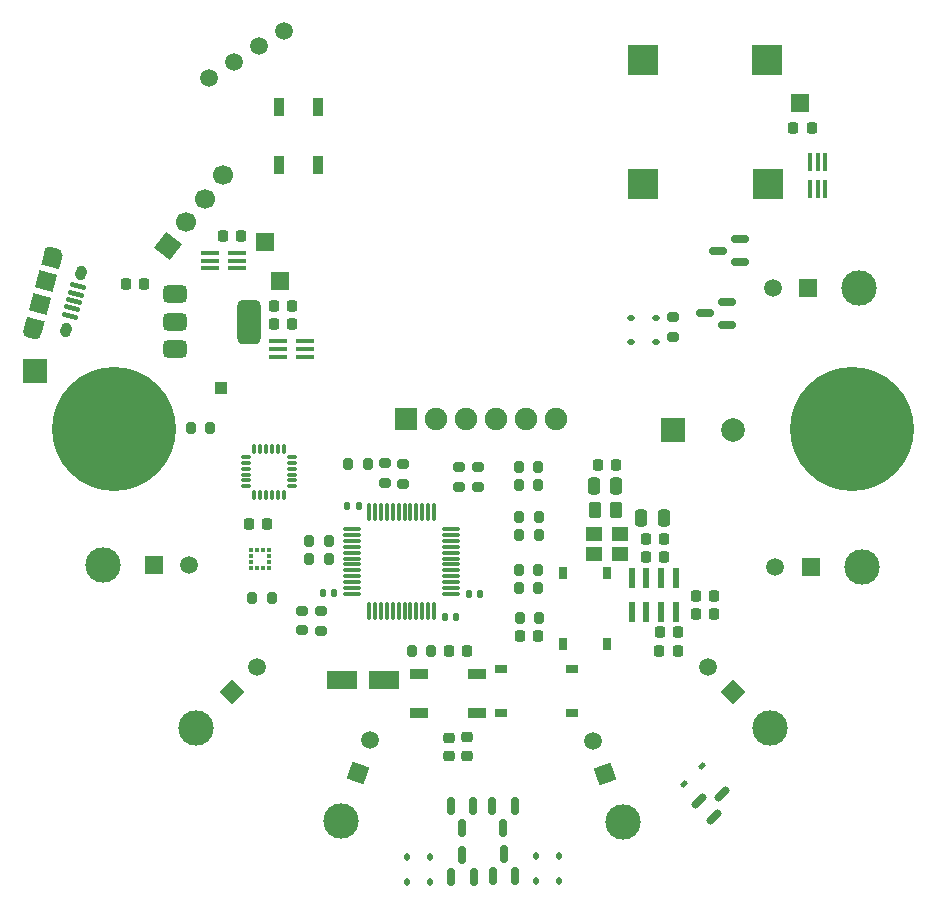
<source format=gts>
G04 #@! TF.GenerationSoftware,KiCad,Pcbnew,7.0.11*
G04 #@! TF.CreationDate,2024-03-27T12:07:48-04:00*
G04 #@! TF.ProjectId,Motherboard,4d6f7468-6572-4626-9f61-72642e6b6963,rev?*
G04 #@! TF.SameCoordinates,Original*
G04 #@! TF.FileFunction,Soldermask,Top*
G04 #@! TF.FilePolarity,Negative*
%FSLAX46Y46*%
G04 Gerber Fmt 4.6, Leading zero omitted, Abs format (unit mm)*
G04 Created by KiCad (PCBNEW 7.0.11) date 2024-03-27 12:07:48*
%MOMM*%
%LPD*%
G01*
G04 APERTURE LIST*
G04 Aperture macros list*
%AMRoundRect*
0 Rectangle with rounded corners*
0 $1 Rounding radius*
0 $2 $3 $4 $5 $6 $7 $8 $9 X,Y pos of 4 corners*
0 Add a 4 corners polygon primitive as box body*
4,1,4,$2,$3,$4,$5,$6,$7,$8,$9,$2,$3,0*
0 Add four circle primitives for the rounded corners*
1,1,$1+$1,$2,$3*
1,1,$1+$1,$4,$5*
1,1,$1+$1,$6,$7*
1,1,$1+$1,$8,$9*
0 Add four rect primitives between the rounded corners*
20,1,$1+$1,$2,$3,$4,$5,0*
20,1,$1+$1,$4,$5,$6,$7,0*
20,1,$1+$1,$6,$7,$8,$9,0*
20,1,$1+$1,$8,$9,$2,$3,0*%
%AMHorizOval*
0 Thick line with rounded ends*
0 $1 width*
0 $2 $3 position (X,Y) of the first rounded end (center of the circle)*
0 $4 $5 position (X,Y) of the second rounded end (center of the circle)*
0 Add line between two ends*
20,1,$1,$2,$3,$4,$5,0*
0 Add two circle primitives to create the rounded ends*
1,1,$1,$2,$3*
1,1,$1,$4,$5*%
%AMRotRect*
0 Rectangle, with rotation*
0 The origin of the aperture is its center*
0 $1 length*
0 $2 width*
0 $3 Rotation angle, in degrees counterclockwise*
0 Add horizontal line*
21,1,$1,$2,0,0,$3*%
G04 Aperture macros list end*
%ADD10RotRect,0.400000X1.350000X255.000000*%
%ADD11HorizOval,0.890000X-0.318756X0.085410X0.318756X-0.085410X0*%
%ADD12RotRect,1.200000X1.550000X255.000000*%
%ADD13HorizOval,0.950000X-0.038823X-0.144889X0.038823X0.144889X0*%
%ADD14RotRect,1.500000X1.550000X255.000000*%
%ADD15RoundRect,0.200000X-0.200000X-0.275000X0.200000X-0.275000X0.200000X0.275000X-0.200000X0.275000X0*%
%ADD16RotRect,1.700000X1.700000X142.000000*%
%ADD17HorizOval,1.700000X0.000000X0.000000X0.000000X0.000000X0*%
%ADD18RoundRect,0.225000X-0.225000X-0.250000X0.225000X-0.250000X0.225000X0.250000X-0.225000X0.250000X0*%
%ADD19RoundRect,0.150000X0.587500X0.150000X-0.587500X0.150000X-0.587500X-0.150000X0.587500X-0.150000X0*%
%ADD20RoundRect,0.225000X-0.250000X0.225000X-0.250000X-0.225000X0.250000X-0.225000X0.250000X0.225000X0*%
%ADD21RoundRect,0.200000X-0.275000X0.200000X-0.275000X-0.200000X0.275000X-0.200000X0.275000X0.200000X0*%
%ADD22RoundRect,0.112500X0.112500X-0.187500X0.112500X0.187500X-0.112500X0.187500X-0.112500X-0.187500X0*%
%ADD23RoundRect,0.200000X0.275000X-0.200000X0.275000X0.200000X-0.275000X0.200000X-0.275000X-0.200000X0*%
%ADD24C,1.498600*%
%ADD25C,2.999999*%
%ADD26RotRect,1.520000X1.520000X340.000000*%
%ADD27C,1.520000*%
%ADD28RoundRect,0.200000X0.200000X0.275000X-0.200000X0.275000X-0.200000X-0.275000X0.200000X-0.275000X0*%
%ADD29RoundRect,0.075000X-0.350000X-0.075000X0.350000X-0.075000X0.350000X0.075000X-0.350000X0.075000X0*%
%ADD30RoundRect,0.075000X0.075000X-0.350000X0.075000X0.350000X-0.075000X0.350000X-0.075000X-0.350000X0*%
%ADD31RoundRect,0.250000X-1.050000X-0.550000X1.050000X-0.550000X1.050000X0.550000X-1.050000X0.550000X0*%
%ADD32R,0.350000X0.375000*%
%ADD33R,0.375000X0.350000*%
%ADD34R,1.520000X1.520000*%
%ADD35RoundRect,0.250000X-0.262500X-0.450000X0.262500X-0.450000X0.262500X0.450000X-0.262500X0.450000X0*%
%ADD36R,0.900000X1.500000*%
%ADD37RoundRect,0.140000X0.140000X0.170000X-0.140000X0.170000X-0.140000X-0.170000X0.140000X-0.170000X0*%
%ADD38R,1.400000X1.200000*%
%ADD39RotRect,1.520000X1.520000X315.000000*%
%ADD40R,1.900000X1.900000*%
%ADD41C,1.900000*%
%ADD42RoundRect,0.075000X0.662500X0.075000X-0.662500X0.075000X-0.662500X-0.075000X0.662500X-0.075000X0*%
%ADD43RoundRect,0.075000X0.075000X0.662500X-0.075000X0.662500X-0.075000X-0.662500X0.075000X-0.662500X0*%
%ADD44RoundRect,0.112500X-0.053033X-0.212132X0.212132X0.053033X0.053033X0.212132X-0.212132X-0.053033X0*%
%ADD45RoundRect,0.112500X0.187500X0.112500X-0.187500X0.112500X-0.187500X-0.112500X0.187500X-0.112500X0*%
%ADD46R,1.000000X0.750000*%
%ADD47RoundRect,0.150000X-0.309359X-0.521491X0.521491X0.309359X0.309359X0.521491X-0.521491X-0.309359X0*%
%ADD48R,2.500000X2.500000*%
%ADD49R,1.500000X1.500000*%
%ADD50RoundRect,0.250000X-0.250000X-0.475000X0.250000X-0.475000X0.250000X0.475000X-0.250000X0.475000X0*%
%ADD51R,2.000000X2.000000*%
%ADD52C,2.000000*%
%ADD53R,1.000000X1.000000*%
%ADD54RoundRect,0.150000X0.150000X-0.587500X0.150000X0.587500X-0.150000X0.587500X-0.150000X-0.587500X0*%
%ADD55R,0.600000X1.700000*%
%ADD56RoundRect,0.375000X-0.625000X-0.375000X0.625000X-0.375000X0.625000X0.375000X-0.625000X0.375000X0*%
%ADD57RoundRect,0.500000X-0.500000X-1.400000X0.500000X-1.400000X0.500000X1.400000X-0.500000X1.400000X0*%
%ADD58R,0.300000X1.500000*%
%ADD59RoundRect,0.140000X-0.140000X-0.170000X0.140000X-0.170000X0.140000X0.170000X-0.140000X0.170000X0*%
%ADD60R,1.500000X0.300000*%
%ADD61RotRect,1.520000X1.520000X45.000000*%
%ADD62RoundRect,0.225000X0.250000X-0.225000X0.250000X0.225000X-0.250000X0.225000X-0.250000X-0.225000X0*%
%ADD63RoundRect,0.150000X-0.150000X0.587500X-0.150000X-0.587500X0.150000X-0.587500X0.150000X0.587500X0*%
%ADD64C,10.500000*%
%ADD65R,1.500000X0.900000*%
%ADD66RoundRect,0.218750X0.218750X0.256250X-0.218750X0.256250X-0.218750X-0.256250X0.218750X-0.256250X0*%
%ADD67R,0.750000X1.000000*%
%ADD68RotRect,1.520000X1.520000X20.000000*%
G04 APERTURE END LIST*
D10*
X157758512Y-110854482D03*
X157590280Y-111482334D03*
X157422047Y-112110186D03*
X157253815Y-112738037D03*
X157085582Y-113365889D03*
D11*
X155719914Y-108030634D03*
D12*
X155564623Y-108610189D03*
D13*
X158069095Y-109695371D03*
D14*
X155072866Y-110445448D03*
X154555228Y-112377300D03*
D13*
X156775000Y-114525000D03*
D12*
X154063472Y-114212559D03*
D11*
X153908181Y-114792115D03*
D15*
X195200000Y-138950000D03*
X196850000Y-138950000D03*
D16*
X165397440Y-107453095D03*
D17*
X166961220Y-105451548D03*
X168525000Y-103450000D03*
X170088780Y-101448453D03*
D18*
X210112500Y-137087500D03*
X211662500Y-137087500D03*
D19*
X213850000Y-108800000D03*
X213850000Y-106900000D03*
X211975000Y-107850000D03*
D20*
X190775000Y-149050000D03*
X190775000Y-150600000D03*
D21*
X178375000Y-138375000D03*
X178375000Y-140025000D03*
D22*
X187625000Y-161275000D03*
X187625000Y-159175000D03*
D23*
X176800000Y-140000000D03*
X176800000Y-138350000D03*
D24*
X175235361Y-89225606D03*
X173115241Y-90550404D03*
X170995121Y-91875202D03*
X168875000Y-93200000D03*
D25*
X180030128Y-156153332D03*
D26*
X181507655Y-152093861D03*
D27*
X182533715Y-149274784D03*
D22*
X198550000Y-161225000D03*
X198550000Y-159125000D03*
D28*
X196750000Y-136425000D03*
X195100000Y-136425000D03*
D21*
X208200000Y-113475000D03*
X208200000Y-115125000D03*
D29*
X172000000Y-125300000D03*
X172000000Y-125800000D03*
X172000000Y-126300000D03*
X172000000Y-126800000D03*
X172000000Y-127300000D03*
X172000000Y-127800000D03*
D30*
X172700000Y-128500000D03*
X173200000Y-128500000D03*
X173700000Y-128500000D03*
X174200000Y-128500000D03*
X174700000Y-128500000D03*
X175200000Y-128500000D03*
D29*
X175900000Y-127800000D03*
X175900000Y-127300000D03*
X175900000Y-126800000D03*
X175900000Y-126300000D03*
X175900000Y-125800000D03*
X175900000Y-125300000D03*
D30*
X175200000Y-124600000D03*
X174700000Y-124600000D03*
X174200000Y-124600000D03*
X173700000Y-124600000D03*
X173200000Y-124600000D03*
X172700000Y-124600000D03*
D31*
X180125000Y-144225000D03*
X183725000Y-144225000D03*
D32*
X173947500Y-133210000D03*
X173447500Y-133210000D03*
X172947500Y-133210000D03*
X172447500Y-133210000D03*
D33*
X172435000Y-133722500D03*
X172435000Y-134222500D03*
D32*
X172447500Y-134735000D03*
X172947500Y-134735000D03*
X173447500Y-134735000D03*
X173947500Y-134735000D03*
D33*
X173960000Y-134222500D03*
X173960000Y-133722500D03*
D28*
X179050000Y-132400000D03*
X177400000Y-132400000D03*
D25*
X224150000Y-134625000D03*
D34*
X219830001Y-134625000D03*
D27*
X216830002Y-134625000D03*
D35*
X201550000Y-129800000D03*
X203375000Y-129800000D03*
D18*
X210112500Y-138612500D03*
X211662500Y-138612500D03*
D36*
X178125000Y-95675000D03*
X174825000Y-95675000D03*
X174825000Y-100575000D03*
X178125000Y-100575000D03*
D37*
X179505000Y-136850000D03*
X178545000Y-136850000D03*
D38*
X201475000Y-133500000D03*
X203675000Y-133500000D03*
X203675000Y-131800000D03*
X201475000Y-131800000D03*
D25*
X167750197Y-148274802D03*
D39*
X170804898Y-145220101D03*
D27*
X172926218Y-143098781D03*
D40*
X185600000Y-122059000D03*
D41*
X188140000Y-122059000D03*
X190680000Y-122059000D03*
X193220000Y-122059000D03*
X195760000Y-122059000D03*
X198300000Y-122059000D03*
D42*
X189362500Y-136912500D03*
X189362500Y-136412500D03*
X189362500Y-135912500D03*
X189362500Y-135412500D03*
X189362500Y-134912500D03*
X189362500Y-134412500D03*
X189362500Y-133912500D03*
X189362500Y-133412500D03*
X189362500Y-132912500D03*
X189362500Y-132412500D03*
X189362500Y-131912500D03*
X189362500Y-131412500D03*
D43*
X187950000Y-130000000D03*
X187450000Y-130000000D03*
X186950000Y-130000000D03*
X186450000Y-130000000D03*
X185950000Y-130000000D03*
X185450000Y-130000000D03*
X184950000Y-130000000D03*
X184450000Y-130000000D03*
X183950000Y-130000000D03*
X183450000Y-130000000D03*
X182950000Y-130000000D03*
X182450000Y-130000000D03*
D42*
X181037500Y-131412500D03*
X181037500Y-131912500D03*
X181037500Y-132412500D03*
X181037500Y-132912500D03*
X181037500Y-133412500D03*
X181037500Y-133912500D03*
X181037500Y-134412500D03*
X181037500Y-134912500D03*
X181037500Y-135412500D03*
X181037500Y-135912500D03*
X181037500Y-136412500D03*
X181037500Y-136912500D03*
D43*
X182450000Y-138325000D03*
X182950000Y-138325000D03*
X183450000Y-138325000D03*
X183950000Y-138325000D03*
X184450000Y-138325000D03*
X184950000Y-138325000D03*
X185450000Y-138325000D03*
X185950000Y-138325000D03*
X186450000Y-138325000D03*
X186950000Y-138325000D03*
X187450000Y-138325000D03*
X187950000Y-138325000D03*
D44*
X209150000Y-152975000D03*
X210634924Y-151490076D03*
D19*
X212725000Y-114100000D03*
X212725000Y-112200000D03*
X210850000Y-113150000D03*
D45*
X206750000Y-115550000D03*
X204650000Y-115550000D03*
D28*
X196775000Y-127725000D03*
X195125000Y-127725000D03*
D18*
X218375000Y-97425000D03*
X219925000Y-97425000D03*
D28*
X196775000Y-126200000D03*
X195125000Y-126200000D03*
D18*
X174375000Y-114050000D03*
X175925000Y-114050000D03*
D22*
X185650000Y-161275000D03*
X185650000Y-159175000D03*
D18*
X205875000Y-132250000D03*
X207425000Y-132250000D03*
D46*
X193600000Y-143225000D03*
X199600000Y-143225000D03*
X193600000Y-146975000D03*
X199600000Y-146975000D03*
D37*
X181550000Y-129475000D03*
X180590000Y-129475000D03*
D47*
X210340336Y-154478661D03*
X211683839Y-155822164D03*
X212337913Y-153824587D03*
D48*
X205660000Y-91720000D03*
X216150000Y-91700000D03*
X216180000Y-102210000D03*
X205650000Y-102220000D03*
D25*
X223950000Y-111025000D03*
D34*
X219630001Y-111025000D03*
D27*
X216630002Y-111025000D03*
D49*
X173675000Y-107125000D03*
D50*
X201475000Y-127800000D03*
X203375000Y-127800000D03*
D18*
X205875000Y-133775000D03*
X207425000Y-133775000D03*
X201825000Y-126000000D03*
X203375000Y-126000000D03*
X172275000Y-130975000D03*
X173825000Y-130975000D03*
X174375000Y-112500000D03*
X175925000Y-112500000D03*
D28*
X182325000Y-125950000D03*
X180675000Y-125950000D03*
D51*
X208170000Y-123025000D03*
D52*
X213250000Y-123025000D03*
D49*
X218950000Y-95375000D03*
D53*
X169925000Y-119475000D03*
D54*
X189400000Y-160850000D03*
X191300000Y-160850000D03*
X190350000Y-158975000D03*
D18*
X170075000Y-106575000D03*
X171625000Y-106575000D03*
D49*
X174925000Y-110425000D03*
D18*
X207025000Y-141775000D03*
X208575000Y-141775000D03*
D54*
X192900000Y-160825000D03*
X194800000Y-160825000D03*
X193850000Y-158950000D03*
D21*
X183787500Y-125825000D03*
X183787500Y-127475000D03*
D55*
X204675000Y-138400000D03*
X205925000Y-138400000D03*
X207175000Y-138400000D03*
X208425000Y-138400000D03*
X208425000Y-135600000D03*
X207175000Y-135600000D03*
X205925000Y-135600000D03*
X204675000Y-135600000D03*
D25*
X159880002Y-134425000D03*
D34*
X164200001Y-134425000D03*
D27*
X167200000Y-134425000D03*
D21*
X190100000Y-126200000D03*
X190100000Y-127850000D03*
D23*
X185312500Y-127575000D03*
X185312500Y-125925000D03*
D56*
X165975000Y-111550000D03*
X165975000Y-113850000D03*
D57*
X172275000Y-113850000D03*
D56*
X165975000Y-116150000D03*
D58*
X219775000Y-102650000D03*
X220425000Y-102650000D03*
X221075000Y-102650000D03*
X221075000Y-100350000D03*
X220425000Y-100350000D03*
X219775000Y-100350000D03*
D18*
X195225000Y-140475000D03*
X196775000Y-140475000D03*
D59*
X190870000Y-136875000D03*
X191830000Y-136875000D03*
D50*
X205500000Y-130450000D03*
X207400000Y-130450000D03*
D60*
X174725000Y-115525000D03*
X174725000Y-116175000D03*
X174725000Y-116825000D03*
X177025000Y-116825000D03*
X177025000Y-116175000D03*
X177025000Y-115525000D03*
D15*
X177400000Y-133925000D03*
X179050000Y-133925000D03*
D18*
X161825000Y-110700000D03*
X163375000Y-110700000D03*
D28*
X174200000Y-137250000D03*
X172550000Y-137250000D03*
X196750000Y-134900000D03*
X195100000Y-134900000D03*
D15*
X186050000Y-141775000D03*
X187700000Y-141775000D03*
D59*
X188870000Y-138850000D03*
X189830000Y-138850000D03*
D45*
X206750000Y-113575000D03*
X204650000Y-113575000D03*
D23*
X191675000Y-127825000D03*
X191675000Y-126175000D03*
D22*
X196575000Y-161225000D03*
X196575000Y-159125000D03*
D25*
X216349802Y-148274804D03*
D61*
X213295101Y-145220103D03*
D27*
X211173781Y-143098783D03*
D60*
X169000000Y-108050000D03*
X169000000Y-108700000D03*
X169000000Y-109350000D03*
X171300000Y-109350000D03*
X171300000Y-108700000D03*
X171300000Y-108050000D03*
D28*
X169000000Y-122900000D03*
X167350000Y-122900000D03*
D62*
X189225000Y-150625000D03*
X189225000Y-149075000D03*
D63*
X194775000Y-154825000D03*
X192875000Y-154825000D03*
X193825000Y-156700000D03*
D64*
X223292000Y-122905000D03*
D65*
X191550000Y-147025000D03*
X191550000Y-143725000D03*
X186650000Y-143725000D03*
X186650000Y-147025000D03*
D66*
X190750000Y-141775000D03*
X189175000Y-141775000D03*
D51*
X154175000Y-118050000D03*
D18*
X207050000Y-140150000D03*
X208600000Y-140150000D03*
D28*
X196825000Y-130425000D03*
X195175000Y-130425000D03*
D67*
X202575000Y-135175000D03*
X202575000Y-141175000D03*
X198825000Y-135175000D03*
X198825000Y-141175000D03*
D25*
X203919870Y-156228333D03*
D68*
X202442343Y-152168862D03*
D27*
X201416283Y-149349785D03*
D63*
X191250000Y-154825000D03*
X189350000Y-154825000D03*
X190300000Y-156700000D03*
D64*
X160808000Y-122905000D03*
D28*
X196825000Y-131950000D03*
X195175000Y-131950000D03*
M02*

</source>
